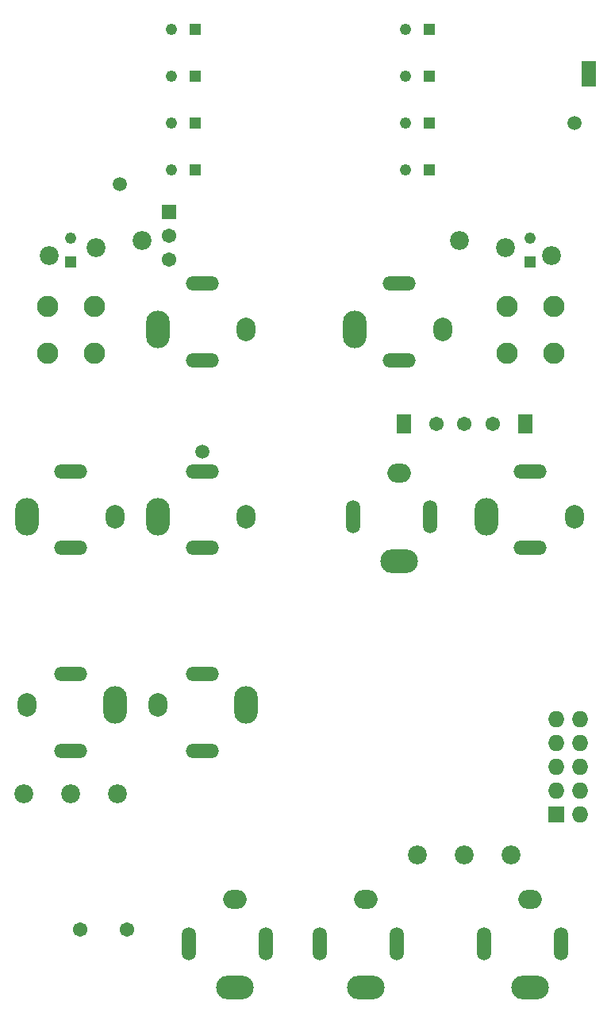
<source format=gts>
G04 #@! TF.FileFunction,Soldermask,Top*
%FSLAX46Y46*%
G04 Gerber Fmt 4.6, Leading zero omitted, Abs format (unit mm)*
G04 Created by KiCad (PCBNEW 4.0.2-stable) date 2017-05-02 12:22:58 PM*
%MOMM*%
G01*
G04 APERTURE LIST*
%ADD10C,0.100000*%
%ADD11C,2.018980*%
%ADD12O,4.020000X2.520000*%
%ADD13O,2.520000X2.020000*%
%ADD14O,1.520000X3.520000*%
%ADD15O,2.520000X4.020000*%
%ADD16O,2.020000X2.520000*%
%ADD17O,3.520000X1.520000*%
%ADD18R,1.220000X1.220000*%
%ADD19C,1.220000*%
%ADD20R,1.747200X1.747200*%
%ADD21O,1.747200X1.747200*%
%ADD22C,2.270000*%
%ADD23R,1.620000X2.820000*%
%ADD24C,1.544000*%
%ADD25C,1.520000*%
%ADD26R,1.544000X1.544000*%
%ADD27R,1.520000X2.020000*%
G04 APERTURE END LIST*
D10*
D11*
X114359238Y-49280570D03*
X119290666Y-50105808D03*
X109427810Y-48455332D03*
D12*
X103000000Y-82700000D03*
D13*
X103000000Y-73300000D03*
D14*
X98100000Y-78000000D03*
X106300000Y-78000000D03*
D15*
X86700000Y-98000000D03*
D16*
X77300000Y-98000000D03*
D17*
X82000000Y-102900000D03*
X82000000Y-94700000D03*
D18*
X68000000Y-50770000D03*
D19*
X68000000Y-48230000D03*
D18*
X117000000Y-50770000D03*
D19*
X117000000Y-48230000D03*
D18*
X81270000Y-26000000D03*
D19*
X78730000Y-26000000D03*
D18*
X81270000Y-31000000D03*
D19*
X78730000Y-31000000D03*
D18*
X81270000Y-36000000D03*
D19*
X78730000Y-36000000D03*
D18*
X81270000Y-41000000D03*
D19*
X78730000Y-41000000D03*
D18*
X106270000Y-26000000D03*
D19*
X103730000Y-26000000D03*
D18*
X106270000Y-31000000D03*
D19*
X103730000Y-31000000D03*
D18*
X106270000Y-36000000D03*
D19*
X103730000Y-36000000D03*
D18*
X106270000Y-41000000D03*
D19*
X103730000Y-41000000D03*
D15*
X98300000Y-58000000D03*
D16*
X107700000Y-58000000D03*
D17*
X103000000Y-53100000D03*
X103000000Y-61300000D03*
D15*
X72700000Y-98000000D03*
D16*
X63300000Y-98000000D03*
D17*
X68000000Y-102900000D03*
X68000000Y-94700000D03*
D15*
X112300000Y-78000000D03*
D16*
X121700000Y-78000000D03*
D17*
X117000000Y-73100000D03*
X117000000Y-81300000D03*
D15*
X77300000Y-78000000D03*
D16*
X86700000Y-78000000D03*
D17*
X82000000Y-73100000D03*
X82000000Y-81300000D03*
D15*
X77300000Y-58000000D03*
D16*
X86700000Y-58000000D03*
D17*
X82000000Y-53100000D03*
X82000000Y-61300000D03*
D15*
X63300000Y-78000000D03*
D16*
X72700000Y-78000000D03*
D17*
X68000000Y-73100000D03*
X68000000Y-81300000D03*
D12*
X85500000Y-128200000D03*
D13*
X85500000Y-118800000D03*
D14*
X80600000Y-123500000D03*
X88800000Y-123500000D03*
D12*
X99500000Y-128200000D03*
D13*
X99500000Y-118800000D03*
D14*
X94600000Y-123500000D03*
X102800000Y-123500000D03*
D12*
X117000000Y-128200000D03*
D13*
X117000000Y-118800000D03*
D14*
X112100000Y-123500000D03*
X120300000Y-123500000D03*
D20*
X119750000Y-109750000D03*
D21*
X122290000Y-109750000D03*
X119750000Y-107210000D03*
X122290000Y-107210000D03*
X119750000Y-104670000D03*
X122290000Y-104670000D03*
X119750000Y-102130000D03*
X122290000Y-102130000D03*
X119750000Y-99590000D03*
X122290000Y-99590000D03*
D22*
X65500000Y-55500000D03*
X70500000Y-55500000D03*
X70500000Y-60500000D03*
X65500000Y-60500000D03*
X119500000Y-60500000D03*
X114500000Y-60500000D03*
X114500000Y-55500000D03*
X119500000Y-55500000D03*
D23*
X123250000Y-30750000D03*
D24*
X74000000Y-122000000D03*
X69000000Y-122000000D03*
D11*
X110000000Y-114000000D03*
X115000000Y-114000000D03*
X105000000Y-114000000D03*
X70640762Y-49280570D03*
X75572190Y-48455332D03*
X65709334Y-50105808D03*
X68000000Y-107500000D03*
X63000000Y-107500000D03*
X73000000Y-107500000D03*
D25*
X121750000Y-36000000D03*
X73250000Y-42500000D03*
X82000000Y-71000000D03*
D26*
X78500000Y-45460000D03*
D24*
X78500000Y-48000000D03*
X78500000Y-50540000D03*
X113000000Y-68050000D03*
X110000000Y-68050000D03*
X107000000Y-68050000D03*
D27*
X116500000Y-68050000D03*
X103500000Y-68050000D03*
M02*

</source>
